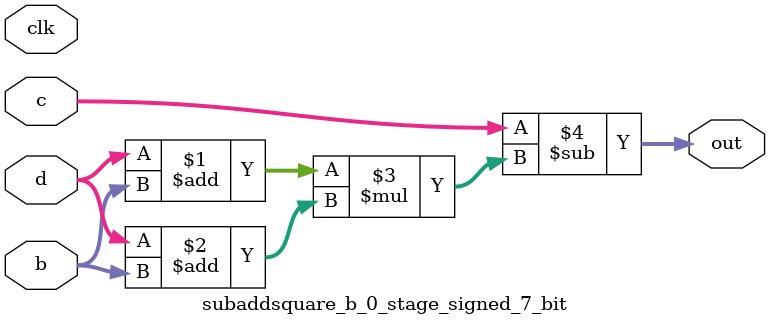
<source format=sv>
(* use_dsp = "yes" *) module subaddsquare_b_0_stage_signed_7_bit(
	input signed [6:0] b,
	input signed [6:0] c,
	input signed [6:0] d,
	output [6:0] out,
	input clk);

	assign out = c - ((d + b) * (d + b));
endmodule

</source>
